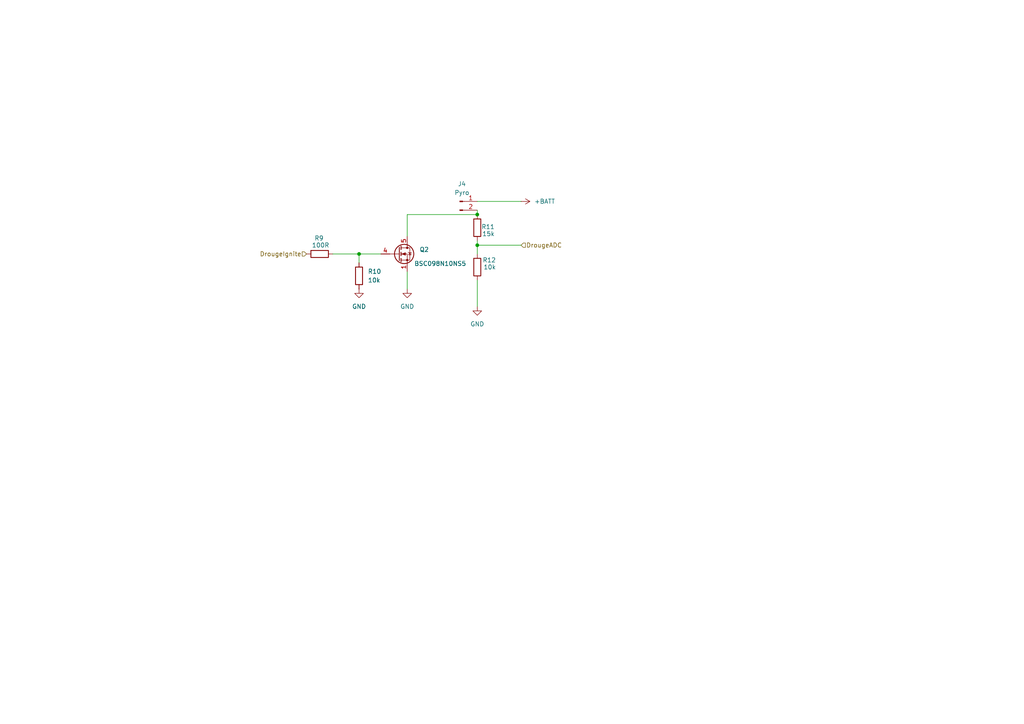
<source format=kicad_sch>
(kicad_sch (version 20250114) (generator "eeschema") (generator_version "9.0")
  (paper "A4")
  (lib_symbols
    (symbol "Connector:Conn_01x02_Pin" (pin_names (offset 1.016) (hide yes))
      (property "Reference" "J" (at 0 2.54 0))
      (property "Value" "Conn_01x02_Pin" (at 0 -5.08 0))
      (symbol "Conn_01x02_Pin_1_1"
        (rectangle (start 0.8636 0.127) (end 0 -0.127) (stroke (width 0.1524)) (fill (type outline)))
        (rectangle (start 0.8636 -2.413) (end 0 -2.667) (stroke (width 0.1524)) (fill (type outline)))
        (polyline (pts (xy 1.27 0) (xy 0.8636 0)) (stroke (width 0.1524)))
        (polyline (pts (xy 1.27 -2.54) (xy 0.8636 -2.54)) (stroke (width 0.1524)))
        (pin passive line (at 5.08 0 180) (length 3.81) (name "Pin_1") (number "1"))
        (pin passive line (at 5.08 -2.54 180) (length 3.81) (name "Pin_2") (number "2"))
      )
    )
    (symbol "Device:R" (pin_numbers (hide yes)) (pin_names (offset 0))
      (property "Reference" "R" (at 2.032 0 90))
      (property "Value" "R" (at 0 0 90))
      (symbol "R_0_1"
        (rectangle (start -1.016 -2.54) (end 1.016 2.54) (stroke (width 0.254)))
      )
      (symbol "R_1_1"
        (pin passive line (at 0 3.81 270) (length 1.27) (name "~") (number "1"))
        (pin passive line (at 0 -3.81 90) (length 1.27) (name "~") (number "2"))
      )
    )
    (symbol "Transistor_FET:BSC098N10NS5" (pin_names (hide yes))
      (property "Reference" "Q" (at 5.08 1.905 0))
      (property "Value" "BSC098N10NS5" (at 5.08 0 0))
      (symbol "BSC098N10NS5_0_1"
        (polyline (pts (xy 0.254 1.905) (xy 0.254 -1.905)) (stroke (width 0.254)))
        (polyline (pts (xy 0.254 0) (xy -2.54 0)))
        (polyline (pts (xy 0.762 2.286) (xy 0.762 1.27)) (stroke (width 0.254)))
        (polyline (pts (xy 0.762 0.508) (xy 0.762 -0.508)) (stroke (width 0.254)))
        (polyline (pts (xy 0.762 -1.27) (xy 0.762 -2.286)) (stroke (width 0.254)))
        (polyline (pts (xy 0.762 -1.778) (xy 3.302 -1.778) (xy 3.302 1.778) (xy 0.762 1.778)))
        (polyline (pts (xy 1.016 0) (xy 2.032 0.381) (xy 2.032 -0.381) (xy 1.016 0)) (fill (type outline)))
        (circle (center 1.651 0) (radius 2.794) (stroke (width 0.254)))
        (polyline (pts (xy 2.54 2.54) (xy 2.54 1.778)))
        (circle (center 2.54 1.778) (radius 0.254) (fill (type outline)))
        (circle (center 2.54 -1.778) (radius 0.254) (fill (type outline)))
        (polyline (pts (xy 2.54 -2.54) (xy 2.54 0) (xy 0.762 0)))
        (polyline (pts (xy 2.794 0.508) (xy 2.921 0.381) (xy 3.683 0.381) (xy 3.81 0.254)))
        (polyline (pts (xy 3.302 0.381) (xy 2.921 -0.254) (xy 3.683 -0.254) (xy 3.302 0.381)))
      )
      (symbol "BSC098N10NS5_1_1"
        (pin passive line (at -5.08 0 0) (length 2.54) (name "G") (number "4"))
        (pin passive line (at 2.54 5.08 270) (length 2.54) (name "D") (number "5"))
        (pin passive line (at 2.54 -5.08 90) (length 2.54) (name "S") (number "1"))
        (pin passive line (at 2.54 -5.08 90) (length 2.54) (hide yes) (name "S") (number "2"))
        (pin passive line (at 2.54 -5.08 90) (length 2.54) (hide yes) (name "S") (number "3"))
      )
    )
    (symbol "power:+BATT" (power) (pin_numbers (hide yes)) (pin_names (offset 0) (hide yes))
      (property "Value" "+BATT" (at 0 3.556 0))
      (symbol "+BATT_0_1"
        (polyline (pts (xy -0.762 1.27) (xy 0 2.54)))
        (polyline (pts (xy 0 2.54) (xy 0.762 1.27)))
        (polyline (pts (xy 0 0) (xy 0 2.54)))
      )
      (symbol "+BATT_1_1"
        (pin power_in line (at 0 0 90) (length 0) (name "~") (number "1"))
      )
    )
    (symbol "power:GND" (power) (pin_numbers (hide yes)) (pin_names (offset 0) (hide yes))
      (property "Value" "GND" (at 0 -3.81 0))
      (symbol "GND_0_1"
        (polyline (pts (xy 0 0) (xy 0 -1.27) (xy 1.27 -1.27) (xy 0 -2.54) (xy -1.27 -1.27) (xy 0 -1.27)))
      )
      (symbol "GND_1_1"
        (pin power_in line (at 0 0 270) (length 0) (name "~") (number "1"))
      )
    )
  )
  (junction (at 138.43 62.23))
  (junction (at 138.43 71.12))
  (junction (at 104.14 73.66))
  (wire (pts (xy 104.14 76.2) (xy 104.14 73.66)))
  (wire (pts (xy 138.43 81.28) (xy 138.43 88.9)))
  (wire (pts (xy 118.11 78.74) (xy 118.11 83.82)))
  (wire (pts (xy 138.43 69.85) (xy 138.43 71.12)))
  (wire (pts (xy 104.14 73.66) (xy 110.49 73.66)))
  (wire (pts (xy 151.13 71.12) (xy 138.43 71.12)))
  (wire (pts (xy 118.11 62.23) (xy 118.11 68.58)))
  (wire (pts (xy 138.43 71.12) (xy 138.43 73.66)))
  (wire (pts (xy 151.13 58.42) (xy 138.43 58.42)))
  (wire (pts (xy 118.11 62.23) (xy 138.43 62.23)))
  (wire (pts (xy 96.52 73.66) (xy 104.14 73.66)))
  (wire (pts (xy 138.43 62.23) (xy 138.43 60.96)))
  (hierarchical_label "DrougeADC" (shape input) (at 151.13 71.12 0))
  (hierarchical_label "DrougeIgnite" (shape input) (at 88.9 73.66 180))
  (symbol (lib_id "power:GND") (at 118.11 83.82 0) (unit 1)
    (property "Reference" "#PWR046" (effects (hide yes)))
    (property "Value" "GND" (at 118.11 88.9 0))
    (property "Description" "Power symbol creates a global label with name \"GND\" , ground" (effects (hide yes)))
  )
  (symbol (lib_id "Device:R") (at 138.43 66.04 180) (unit 1)
    (property "Reference" "R11" (at 143.51 65.786 0) (effects (justify left)))
    (property "Value" "15k" (at 143.51 67.818 0) (effects (justify left)))
    (property "Footprint" "Resistor_SMD:R_0805_2012Metric_Pad1.20x1.40mm_HandSolder" (effects (hide yes)))
    (property "Description" "Resistor" (effects (hide yes)))
    (property "LCSC Part" "C2930170" (effects (hide yes)))
  )
  (symbol (lib_id "Transistor_FET:BSC098N10NS5") (at 115.57 73.66 0) (unit 1)
    (property "Reference" "Q2" (at 121.666 72.39 0) (effects (justify left)))
    (property "Value" "BSC098N10NS5" (at 120.142 76.454 0) (effects (justify left)))
    (property "Footprint" "Package_TO_SOT_SMD:SOT-23-5" (effects (hide yes)))
    (property "Datasheet" "http://www.infineon.com/dgdl/Infineon-BSC098N10NS5-DS-v02_00-EN.pdf?fileId=5546d4624ad04ef9014ae95ab4221bfd" (effects (hide yes)))
    (property "Description" "60A Id, 100V Vds, OptiMOS N-Channel Power MOSFET, 9.8mOhm Ron, Qg (typ) 22.0nC, PG-TDSON-8" (effects (hide yes)))
    (property "LCSC Part" "C534398" (effects (hide yes)))
  )
  (symbol (lib_id "Device:R") (at 92.71 73.66 270) (mirror x) (unit 1)
    (property "Reference" "R9" (at 91.186 69.088 90) (effects (justify left)))
    (property "Value" "100R" (at 90.424 71.12 90) (effects (justify left)))
    (property "Footprint" "Resistor_SMD:R_0805_2012Metric" (effects (hide yes)))
    (property "Description" "Resistor" (effects (hide yes)))
    (property "LCSC Part" "C17408" (effects (hide yes)))
  )
  (symbol (lib_id "Device:R") (at 104.14 80.01 0) (unit 1)
    (property "Reference" "R10" (at 106.68 78.7399 0) (effects (justify left)))
    (property "Value" "10k" (at 106.68 81.2799 0) (effects (justify left)))
    (property "Footprint" "Resistor_SMD:R_0805_2012Metric" (effects (hide yes)))
    (property "Description" "Resistor" (effects (hide yes)))
    (property "LCSC Part" "C84376" (effects (hide yes)))
  )
  (symbol (lib_id "power:GND") (at 138.43 88.9 0) (unit 1)
    (property "Reference" "#PWR047" (effects (hide yes)))
    (property "Value" "GND" (at 138.43 93.98 0))
    (property "Description" "Power symbol creates a global label with name \"GND\" , ground" (effects (hide yes)))
  )
  (symbol (lib_id "power:+BATT") (at 151.13 58.42 270) (unit 1)
    (property "Reference" "#PWR049" (effects (hide yes)))
    (property "Value" "+BATT" (at 154.94 58.4199 90) (effects (justify left)))
    (property "Description" "Power symbol creates a global label with name \"+BATT\"" (effects (hide yes)))
  )
  (symbol (lib_id "Device:R") (at 138.43 77.47 0) (unit 1)
    (property "Reference" "R12" (at 139.954 75.438 0) (effects (justify left)))
    (property "Value" "10k" (at 140.208 77.47 0) (effects (justify left)))
    (property "Footprint" "Resistor_SMD:R_0805_2012Metric" (effects (hide yes)))
    (property "Description" "Resistor" (effects (hide yes)))
    (property "LCSC Part" "C84376" (effects (hide yes)))
  )
  (symbol (lib_id "power:GND") (at 104.14 83.82 0) (unit 1)
    (property "Reference" "#PWR044" (effects (hide yes)))
    (property "Value" "GND" (at 104.14 88.9 0))
    (property "Description" "Power symbol creates a global label with name \"GND\" , ground" (effects (hide yes)))
  )
  (symbol (lib_id "Connector:Conn_01x02_Pin") (at 133.35 58.42 0) (unit 1)
    (property "Reference" "J4" (at 133.985 53.34 0))
    (property "Value" "Pyro" (at 133.985 55.88 0))
    (property "Footprint" "myFootprints:MOLEX_26013114" (effects (hide yes)))
    (property "Description" "Generic connector, single row, 01x02, script generated" (effects (hide yes)))
    (property "LCSC Part" "C17644051" (effects (hide yes)))
  )
)
</source>
